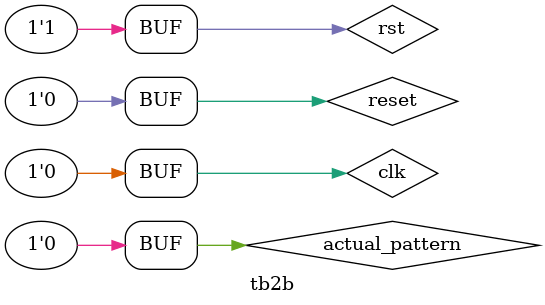
<source format=sv>
module tb2b();
	logic clk, reset, actual_pattern, predicted_patter, z_match, rst;
	logic [7:0] x_cnt, z_cnt;
	
	pattern_predictor_2bit a (clk, reset, rst, actual_pattern, x_cnt, predicted_patter, z_match, z_cnt);
	
	always
		begin
			clk = 1; #5; clk = 0; #5;
		end

	initial begin
		
		
		rst = 0; reset = 0; actual_pattern = 0; #10; 
		rst = 1;
		reset = 0; actual_pattern = 0; #10;
		actual_pattern = 0; #20;
		actual_pattern = 1; #80;
		actual_pattern = 0; #40;
		actual_pattern = 1; #40;
		actual_pattern = 0; #80;
		actual_pattern = 1; #40;
		actual_pattern = 0; #40;
		end
endmodule
		
</source>
